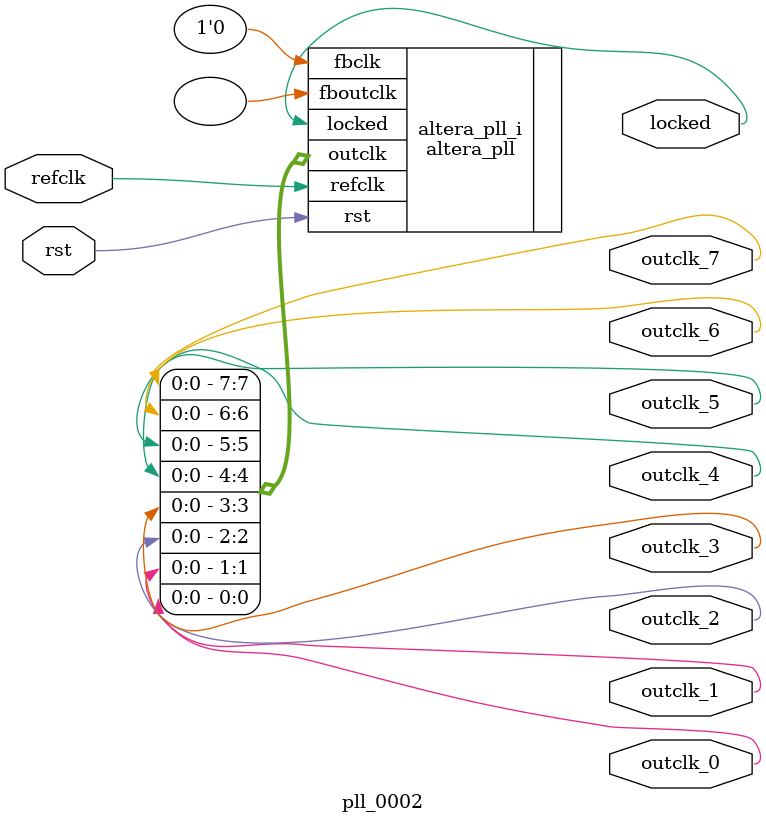
<source format=v>
`timescale 1ns/10ps
module  pll_0002(

	// interface 'refclk'
	input wire refclk,

	// interface 'reset'
	input wire rst,

	// interface 'outclk0'
	output wire outclk_0,

	// interface 'outclk1'
	output wire outclk_1,

	// interface 'outclk2'
	output wire outclk_2,

	// interface 'outclk3'
	output wire outclk_3,

	// interface 'outclk4'
	output wire outclk_4,

	// interface 'outclk5'
	output wire outclk_5,

	// interface 'outclk6'
	output wire outclk_6,

	// interface 'outclk7'
	output wire outclk_7,

	// interface 'locked'
	output wire locked
);

	altera_pll #(
		.fractional_vco_multiplier("false"),
		.reference_clock_frequency("50.0 MHz"),
		.operation_mode("direct"),
		.number_of_clocks(8),
		.output_clock_frequency0("28.000000 MHz"),
		.phase_shift0("0 ps"),
		.duty_cycle0(50),
		.output_clock_frequency1("28.000000 MHz"),
		.phase_shift1("0 ps"),
		.duty_cycle1(50),
		.output_clock_frequency2("28.000000 MHz"),
		.phase_shift2("17857 ps"),
		.duty_cycle2(50),
		.output_clock_frequency3("14.000000 MHz"),
		.phase_shift3("0 ps"),
		.duty_cycle3(50),
		.output_clock_frequency4("7.000000 MHz"),
		.phase_shift4("0 ps"),
		.duty_cycle4(50),
		.output_clock_frequency5("56.000000 MHz"),
		.phase_shift5("0 ps"),
		.duty_cycle5(50),
		.output_clock_frequency6("112.000000 MHz"),
		.phase_shift6("0 ps"),
		.duty_cycle6(50),
		.output_clock_frequency7("112.000000 MHz"),
		.phase_shift7("6696 ps"),
		.duty_cycle7(50),
		.output_clock_frequency8("0 MHz"),
		.phase_shift8("0 ps"),
		.duty_cycle8(50),
		.output_clock_frequency9("0 MHz"),
		.phase_shift9("0 ps"),
		.duty_cycle9(50),
		.output_clock_frequency10("0 MHz"),
		.phase_shift10("0 ps"),
		.duty_cycle10(50),
		.output_clock_frequency11("0 MHz"),
		.phase_shift11("0 ps"),
		.duty_cycle11(50),
		.output_clock_frequency12("0 MHz"),
		.phase_shift12("0 ps"),
		.duty_cycle12(50),
		.output_clock_frequency13("0 MHz"),
		.phase_shift13("0 ps"),
		.duty_cycle13(50),
		.output_clock_frequency14("0 MHz"),
		.phase_shift14("0 ps"),
		.duty_cycle14(50),
		.output_clock_frequency15("0 MHz"),
		.phase_shift15("0 ps"),
		.duty_cycle15(50),
		.output_clock_frequency16("0 MHz"),
		.phase_shift16("0 ps"),
		.duty_cycle16(50),
		.output_clock_frequency17("0 MHz"),
		.phase_shift17("0 ps"),
		.duty_cycle17(50),
		.pll_type("General"),
		.pll_subtype("General")
	) altera_pll_i (
		.rst	(rst),
		.outclk	({outclk_7, outclk_6, outclk_5, outclk_4, outclk_3, outclk_2, outclk_1, outclk_0}),
		.locked	(locked),
		.fboutclk	( ),
		.fbclk	(1'b0),
		.refclk	(refclk)
	);
endmodule


</source>
